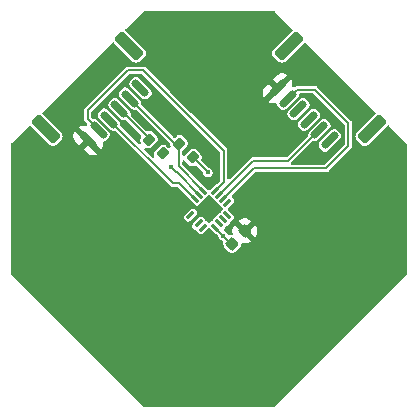
<source format=gbr>
%TF.GenerationSoftware,KiCad,Pcbnew,9.0.6-9.0.6~ubuntu24.04.1*%
%TF.CreationDate,2025-12-18T12:30:08+01:00*%
%TF.ProjectId,PCB_ENCODER,5043425f-454e-4434-9f44-45522e6b6963,rev?*%
%TF.SameCoordinates,Original*%
%TF.FileFunction,Copper,L1,Top*%
%TF.FilePolarity,Positive*%
%FSLAX46Y46*%
G04 Gerber Fmt 4.6, Leading zero omitted, Abs format (unit mm)*
G04 Created by KiCad (PCBNEW 9.0.6-9.0.6~ubuntu24.04.1) date 2025-12-18 12:30:08*
%MOMM*%
%LPD*%
G01*
G04 APERTURE LIST*
G04 Aperture macros list*
%AMRoundRect*
0 Rectangle with rounded corners*
0 $1 Rounding radius*
0 $2 $3 $4 $5 $6 $7 $8 $9 X,Y pos of 4 corners*
0 Add a 4 corners polygon primitive as box body*
4,1,4,$2,$3,$4,$5,$6,$7,$8,$9,$2,$3,0*
0 Add four circle primitives for the rounded corners*
1,1,$1+$1,$2,$3*
1,1,$1+$1,$4,$5*
1,1,$1+$1,$6,$7*
1,1,$1+$1,$8,$9*
0 Add four rect primitives between the rounded corners*
20,1,$1+$1,$2,$3,$4,$5,0*
20,1,$1+$1,$4,$5,$6,$7,0*
20,1,$1+$1,$6,$7,$8,$9,0*
20,1,$1+$1,$8,$9,$2,$3,0*%
%AMRotRect*
0 Rectangle, with rotation*
0 The origin of the aperture is its center*
0 $1 length*
0 $2 width*
0 $3 Rotation angle, in degrees counterclockwise*
0 Add horizontal line*
21,1,$1,$2,0,0,$3*%
G04 Aperture macros list end*
%TA.AperFunction,SMDPad,CuDef*%
%ADD10RoundRect,0.225000X0.017678X-0.335876X0.335876X-0.017678X-0.017678X0.335876X-0.335876X0.017678X0*%
%TD*%
%TA.AperFunction,ComponentPad*%
%ADD11C,0.800000*%
%TD*%
%TA.AperFunction,ComponentPad*%
%ADD12C,6.400000*%
%TD*%
%TA.AperFunction,SMDPad,CuDef*%
%ADD13RoundRect,0.200000X-0.335876X-0.053033X-0.053033X-0.335876X0.335876X0.053033X0.053033X0.335876X0*%
%TD*%
%TA.AperFunction,SMDPad,CuDef*%
%ADD14RoundRect,0.150000X-0.388909X0.601041X-0.601041X0.388909X0.388909X-0.601041X0.601041X-0.388909X0*%
%TD*%
%TA.AperFunction,SMDPad,CuDef*%
%ADD15RoundRect,0.250000X-0.601041X0.954594X-0.954594X0.601041X0.601041X-0.954594X0.954594X-0.601041X0*%
%TD*%
%TA.AperFunction,SMDPad,CuDef*%
%ADD16RoundRect,0.062500X0.203293X0.291682X-0.291682X-0.203293X-0.203293X-0.291682X0.291682X0.203293X0*%
%TD*%
%TA.AperFunction,SMDPad,CuDef*%
%ADD17RoundRect,0.062500X-0.203293X0.291682X-0.291682X0.203293X0.203293X-0.291682X0.291682X-0.203293X0*%
%TD*%
%TA.AperFunction,HeatsinkPad*%
%ADD18RotRect,1.700000X1.700000X225.000000*%
%TD*%
%TA.AperFunction,SMDPad,CuDef*%
%ADD19RoundRect,0.150000X0.601041X0.388909X0.388909X0.601041X-0.601041X-0.388909X-0.388909X-0.601041X0*%
%TD*%
%TA.AperFunction,SMDPad,CuDef*%
%ADD20RoundRect,0.250000X0.954594X0.601041X0.601041X0.954594X-0.954594X-0.601041X-0.601041X-0.954594X0*%
%TD*%
%TA.AperFunction,ViaPad*%
%ADD21C,0.400000*%
%TD*%
%TA.AperFunction,Conductor*%
%ADD22C,0.200000*%
%TD*%
G04 APERTURE END LIST*
D10*
%TO.P,C22,1*%
%TO.N,+3.3V*%
X102201992Y-52448008D03*
%TO.P,C22,2*%
%TO.N,GND*%
X103298008Y-51351992D03*
%TD*%
D11*
%TO.P,H2,1,1*%
%TO.N,GND*%
X97850000Y-62250000D03*
X98552944Y-60552944D03*
X98552944Y-63947056D03*
X100250000Y-59850000D03*
D12*
X100250000Y-62250000D03*
D11*
X100250000Y-64650000D03*
X101947056Y-60552944D03*
X101947056Y-63947056D03*
X102650000Y-62250000D03*
%TD*%
%TO.P,H3,1,1*%
%TO.N,GND*%
X85100000Y-49500000D03*
X85802944Y-47802944D03*
X85802944Y-51197056D03*
X87500000Y-47100000D03*
D12*
X87500000Y-49500000D03*
D11*
X87500000Y-51900000D03*
X89197056Y-47802944D03*
X89197056Y-51197056D03*
X89900000Y-49500000D03*
%TD*%
%TO.P,H4,1,1*%
%TO.N,GND*%
X97850000Y-36750000D03*
X98552944Y-35052944D03*
X98552944Y-38447056D03*
X100250000Y-34350000D03*
D12*
X100250000Y-36750000D03*
D11*
X100250000Y-39150000D03*
X101947056Y-35052944D03*
X101947056Y-38447056D03*
X102650000Y-36750000D03*
%TD*%
D13*
%TO.P,R1,1*%
%TO.N,/SPI_CS*%
X97716637Y-43966637D03*
%TO.P,R1,2*%
%TO.N,+3.3V*%
X98883363Y-45133363D03*
%TD*%
D14*
%TO.P,J2,1,Pin_1*%
%TO.N,+3.3V*%
X94442120Y-39272703D03*
%TO.P,J2,2,Pin_2*%
%TO.N,/SPI_CS*%
X93558237Y-40156586D03*
%TO.P,J2,3,Pin_3*%
%TO.N,/SPI_SCLK*%
X92674353Y-41040470D03*
%TO.P,J2,4,Pin_4*%
%TO.N,/SPI_MISO*%
X91790470Y-41924353D03*
%TO.P,J2,5,Pin_5*%
%TO.N,/SPI_MOSI*%
X90906586Y-42808237D03*
%TO.P,J2,6,Pin_6*%
%TO.N,GND*%
X90022703Y-43692120D03*
D15*
%TO.P,J2,MP*%
%TO.N,N/C*%
X93487526Y-35701814D03*
X86451814Y-42737526D03*
%TD*%
D11*
%TO.P,H1,1,1*%
%TO.N,GND*%
X110600000Y-49500000D03*
X111302944Y-47802944D03*
X111302944Y-51197056D03*
X113000000Y-47100000D03*
D12*
X113000000Y-49500000D03*
D11*
X113000000Y-51900000D03*
X114697056Y-47802944D03*
X114697056Y-51197056D03*
X115400000Y-49500000D03*
%TD*%
D13*
%TO.P,R37,1*%
%TO.N,/SPI_SCLK*%
X95166637Y-43616637D03*
%TO.P,R37,2*%
%TO.N,Net-(IC1-SCLK)*%
X96333363Y-44783363D03*
%TD*%
D16*
%TO.P,IC1,1,V*%
%TO.N,unconnected-(IC1-V-Pad1)*%
X101814474Y-48996186D03*
%TO.P,IC1,2,A*%
%TO.N,/A*%
X101460920Y-48642633D03*
%TO.P,IC1,3,Z*%
%TO.N,/Z*%
X101107367Y-48289080D03*
%TO.P,IC1,4,MOSI*%
%TO.N,/SPI_MOSI*%
X100753814Y-47935526D03*
D17*
%TO.P,IC1,5,CS*%
%TO.N,/SPI_CS*%
X99746186Y-47935526D03*
%TO.P,IC1,6,B*%
%TO.N,/B*%
X99392633Y-48289080D03*
%TO.P,IC1,7,MISO*%
%TO.N,/SPI_MISO*%
X99039080Y-48642633D03*
%TO.P,IC1,8,GND*%
%TO.N,GND*%
X98685526Y-48996186D03*
D16*
%TO.P,IC1,9,W*%
%TO.N,unconnected-(IC1-W-Pad9)*%
X98685526Y-50003814D03*
%TO.P,IC1,10,TEST*%
%TO.N,GND*%
X99039080Y-50357367D03*
%TO.P,IC1,11,MGL*%
%TO.N,unconnected-(IC1-MGL-Pad11)*%
X99392633Y-50710920D03*
%TO.P,IC1,12,SCLK*%
%TO.N,Net-(IC1-SCLK)*%
X99746186Y-51064474D03*
D17*
%TO.P,IC1,13,VDD*%
%TO.N,+3.3V*%
X100753814Y-51064474D03*
%TO.P,IC1,14,N/C*%
%TO.N,unconnected-(IC1-N{slash}C-Pad14)*%
X101107367Y-50710920D03*
%TO.P,IC1,15,U*%
%TO.N,unconnected-(IC1-U-Pad15)*%
X101460920Y-50357367D03*
%TO.P,IC1,16,MGH*%
%TO.N,unconnected-(IC1-MGH-Pad16)*%
X101814474Y-50003814D03*
D18*
%TO.P,IC1,17,EP*%
%TO.N,GND*%
X100250000Y-49500000D03*
%TD*%
D19*
%TO.P,J1,1,Pin_1*%
%TO.N,+3.3V*%
X110477297Y-43692120D03*
%TO.P,J1,2,Pin_2*%
%TO.N,/Z*%
X109593414Y-42808237D03*
%TO.P,J1,3,Pin_3*%
%TO.N,unconnected-(J1-Pin_3-Pad3)*%
X108709530Y-41924353D03*
%TO.P,J1,4,Pin_4*%
%TO.N,/B*%
X107825647Y-41040470D03*
%TO.P,J1,5,Pin_5*%
%TO.N,/A*%
X106941763Y-40156586D03*
%TO.P,J1,6,Pin_6*%
%TO.N,GND*%
X106057880Y-39272703D03*
D20*
%TO.P,J1,MP*%
%TO.N,N/C*%
X114048186Y-42737526D03*
X107012474Y-35701814D03*
%TD*%
D21*
%TO.N,GND*%
X100250000Y-49500000D03*
%TO.N,+3.3V*%
X101450000Y-51750000D03*
X110477297Y-43692120D03*
X100150000Y-46400000D03*
%TO.N,/B*%
X107825647Y-41040470D03*
X97050000Y-45950000D03*
%TD*%
D22*
%TO.N,GND*%
X99039080Y-50357367D02*
X99039080Y-50360920D01*
X98685526Y-48996186D02*
X99189340Y-49500000D01*
X99039080Y-50357367D02*
X99896447Y-49500000D01*
X99896447Y-49500000D02*
X100250000Y-49500000D01*
X99189340Y-49500000D02*
X100250000Y-49500000D01*
%TO.N,+3.3V*%
X100764474Y-51064474D02*
X101450000Y-51750000D01*
X100150000Y-46400000D02*
X98883363Y-45133363D01*
X102148008Y-52448008D02*
X102201992Y-52448008D01*
X100753814Y-51064474D02*
X100764474Y-51064474D01*
X101450000Y-51750000D02*
X102148008Y-52448008D01*
%TO.N,/B*%
X97503553Y-46400000D02*
X99392633Y-48289080D01*
X97050000Y-45950000D02*
X97500000Y-46400000D01*
X97500000Y-46400000D02*
X97503553Y-46400000D01*
%TO.N,/A*%
X109250000Y-39400000D02*
X107700000Y-39400000D01*
X107700000Y-39400000D02*
X106943414Y-40156586D01*
X101460920Y-48642633D02*
X104053553Y-46050000D01*
X112050000Y-44200000D02*
X112050000Y-42200000D01*
X110200000Y-46050000D02*
X112050000Y-44200000D01*
X112050000Y-42200000D02*
X109250000Y-39400000D01*
X104053553Y-46050000D02*
X110200000Y-46050000D01*
X106943414Y-40156586D02*
X106941763Y-40156586D01*
%TO.N,/Z*%
X109541763Y-42808237D02*
X109593414Y-42808237D01*
X106950000Y-45400000D02*
X109541763Y-42808237D01*
X103996447Y-45400000D02*
X106950000Y-45400000D01*
X101107367Y-48289080D02*
X103996447Y-45400000D01*
%TO.N,/SPI_CS*%
X97700000Y-45889340D02*
X97700000Y-44298349D01*
X99746186Y-47935526D02*
X97700000Y-45889340D01*
X97700000Y-44298349D02*
X93558237Y-40156586D01*
%TO.N,/SPI_MISO*%
X99039080Y-48642633D02*
X97696447Y-47300000D01*
X97166117Y-47300000D02*
X91790470Y-41924353D01*
X97696447Y-47300000D02*
X97166117Y-47300000D01*
%TO.N,/SPI_SCLK*%
X92674353Y-41040470D02*
X92690470Y-41040470D01*
X95166637Y-43516637D02*
X95166637Y-43616637D01*
X92690470Y-41040470D02*
X95166637Y-43516637D01*
%TO.N,/SPI_MOSI*%
X101500000Y-47189340D02*
X101500000Y-44550000D01*
X100753814Y-47935526D02*
X101500000Y-47189340D01*
X93400000Y-37750000D02*
X90000000Y-41150000D01*
X90000000Y-41150000D02*
X90000000Y-41901651D01*
X94700000Y-37750000D02*
X93400000Y-37750000D01*
X101500000Y-44550000D02*
X94700000Y-37750000D01*
X90000000Y-41901651D02*
X90906586Y-42808237D01*
%TD*%
%TA.AperFunction,Conductor*%
%TO.N,GND*%
G36*
X105808363Y-32770185D02*
G01*
X105829005Y-32786819D01*
X107295227Y-34253041D01*
X107328712Y-34314364D01*
X107323728Y-34384056D01*
X107295227Y-34428403D01*
X105700960Y-36022670D01*
X105681454Y-36046212D01*
X105622532Y-36168567D01*
X105602291Y-36302854D01*
X105622532Y-36437141D01*
X105622532Y-36437144D01*
X105681452Y-36559493D01*
X105681455Y-36559498D01*
X105694024Y-36574668D01*
X105700956Y-36583035D01*
X105700965Y-36583044D01*
X105700973Y-36583053D01*
X106131234Y-37013314D01*
X106131243Y-37013322D01*
X106131253Y-37013332D01*
X106142758Y-37022864D01*
X106154789Y-37032832D01*
X106154794Y-37032835D01*
X106269529Y-37088088D01*
X106277146Y-37091756D01*
X106411433Y-37111997D01*
X106545721Y-37091756D01*
X106668076Y-37032833D01*
X106691613Y-37013332D01*
X108285886Y-35419058D01*
X108347207Y-35385575D01*
X108416899Y-35390559D01*
X108461246Y-35419060D01*
X114330939Y-41288753D01*
X114364424Y-41350076D01*
X114359440Y-41419768D01*
X114330939Y-41464115D01*
X112736672Y-43058382D01*
X112717166Y-43081924D01*
X112658244Y-43204279D01*
X112638941Y-43332347D01*
X112638003Y-43338567D01*
X112658167Y-43472339D01*
X112658244Y-43472853D01*
X112658244Y-43472856D01*
X112717164Y-43595205D01*
X112717167Y-43595210D01*
X112729736Y-43610380D01*
X112736668Y-43618747D01*
X112736677Y-43618756D01*
X112736685Y-43618765D01*
X113166946Y-44049026D01*
X113166955Y-44049034D01*
X113166965Y-44049044D01*
X113178470Y-44058576D01*
X113190501Y-44068544D01*
X113190506Y-44068547D01*
X113305241Y-44123800D01*
X113312858Y-44127468D01*
X113447145Y-44147709D01*
X113581433Y-44127468D01*
X113703788Y-44068545D01*
X113727325Y-44049044D01*
X115321598Y-42454770D01*
X115382919Y-42421287D01*
X115452611Y-42426271D01*
X115496958Y-42454772D01*
X116963181Y-43920995D01*
X116996666Y-43982318D01*
X116999500Y-44008676D01*
X116999500Y-54991324D01*
X116979815Y-55058363D01*
X116963181Y-55079005D01*
X105829005Y-66213181D01*
X105767682Y-66246666D01*
X105741324Y-66249500D01*
X94758676Y-66249500D01*
X94691637Y-66229815D01*
X94670995Y-66213181D01*
X83536819Y-55079005D01*
X83503334Y-55017682D01*
X83500500Y-54991324D01*
X83500500Y-50207104D01*
X98125693Y-50207104D01*
X98125693Y-50207109D01*
X98146104Y-50309724D01*
X98146104Y-50309725D01*
X98189559Y-50374760D01*
X98314579Y-50499779D01*
X98379615Y-50543235D01*
X98379616Y-50543236D01*
X98482231Y-50563647D01*
X98482233Y-50563647D01*
X98482235Y-50563647D01*
X98584845Y-50543236D01*
X98584845Y-50543235D01*
X98584850Y-50543235D01*
X98649887Y-50499779D01*
X99181490Y-49968175D01*
X99224947Y-49903138D01*
X99224948Y-49903136D01*
X99245359Y-49800523D01*
X99245359Y-49800518D01*
X99224947Y-49697903D01*
X99224947Y-49697902D01*
X99181492Y-49632867D01*
X99056472Y-49507848D01*
X98991436Y-49464392D01*
X98991435Y-49464391D01*
X98888821Y-49443981D01*
X98888817Y-49443981D01*
X98786206Y-49464391D01*
X98786203Y-49464392D01*
X98721162Y-49507850D01*
X98721161Y-49507851D01*
X98189568Y-50039445D01*
X98189562Y-50039453D01*
X98146104Y-50104489D01*
X98146103Y-50104491D01*
X98125693Y-50207104D01*
X83500500Y-50207104D01*
X83500500Y-44434581D01*
X89633794Y-44434581D01*
X89633794Y-44434583D01*
X89998392Y-44799181D01*
X89998409Y-44799197D01*
X90026517Y-44823203D01*
X90170425Y-44902317D01*
X90170435Y-44902320D01*
X90329494Y-44943160D01*
X90329502Y-44943161D01*
X90493722Y-44943161D01*
X90493729Y-44943160D01*
X90652788Y-44902320D01*
X90652798Y-44902317D01*
X90796703Y-44823205D01*
X90796704Y-44823204D01*
X90798607Y-44821579D01*
X90798607Y-44821577D01*
X90022702Y-44045673D01*
X90022701Y-44045673D01*
X89633794Y-44434581D01*
X83500500Y-44434581D01*
X83500500Y-44008675D01*
X83520185Y-43941636D01*
X83536814Y-43920999D01*
X85003041Y-42454771D01*
X85064364Y-42421287D01*
X85134056Y-42426271D01*
X85178403Y-42454772D01*
X86772675Y-44049044D01*
X86796212Y-44068545D01*
X86918567Y-44127468D01*
X87052855Y-44147709D01*
X87187142Y-44127468D01*
X87248968Y-44097694D01*
X87309493Y-44068547D01*
X87309493Y-44068546D01*
X87309497Y-44068545D01*
X87333035Y-44049044D01*
X87763332Y-43618747D01*
X87782833Y-43595209D01*
X87841756Y-43472854D01*
X87861997Y-43338567D01*
X87861997Y-43338566D01*
X87845901Y-43231777D01*
X87844291Y-43221093D01*
X88771662Y-43221093D01*
X88771662Y-43385328D01*
X88812502Y-43544387D01*
X88812505Y-43544397D01*
X88891619Y-43688305D01*
X88915625Y-43716413D01*
X88915641Y-43716430D01*
X89280239Y-44081028D01*
X89280240Y-44081028D01*
X89669149Y-43692120D01*
X89669149Y-43692119D01*
X88893243Y-42916213D01*
X88891622Y-42918113D01*
X88891618Y-42918119D01*
X88812505Y-43062024D01*
X88812502Y-43062034D01*
X88771662Y-43221093D01*
X87844291Y-43221093D01*
X87841756Y-43204279D01*
X87782833Y-43081924D01*
X87780313Y-43078883D01*
X87763332Y-43058387D01*
X87267605Y-42562660D01*
X89246796Y-42562660D01*
X90199480Y-43515343D01*
X91152160Y-44468024D01*
X91152162Y-44468024D01*
X91153787Y-44466121D01*
X91153788Y-44466120D01*
X91232900Y-44322215D01*
X91232903Y-44322205D01*
X91273743Y-44163146D01*
X91273744Y-44163139D01*
X91273744Y-43998919D01*
X91273743Y-43998913D01*
X91251772Y-43913343D01*
X91254166Y-43843515D01*
X91293932Y-43786065D01*
X91344360Y-43763394D01*
X91344264Y-43763114D01*
X91347306Y-43762069D01*
X91351476Y-43760195D01*
X91353980Y-43759777D01*
X91353983Y-43759777D01*
X91464621Y-43721795D01*
X91519817Y-43680637D01*
X91519819Y-43680634D01*
X91519823Y-43680632D01*
X91778981Y-43421474D01*
X91778983Y-43421470D01*
X91778986Y-43421468D01*
X91820144Y-43366272D01*
X91853377Y-43269468D01*
X91858126Y-43255635D01*
X91858126Y-43138655D01*
X91831821Y-43062034D01*
X91820144Y-43028020D01*
X91795449Y-42994901D01*
X91778988Y-42972825D01*
X90741997Y-41935834D01*
X90708881Y-41911142D01*
X90686803Y-41894679D01*
X90629174Y-41874894D01*
X90576167Y-41856697D01*
X90576166Y-41856697D01*
X90459189Y-41856697D01*
X90459187Y-41856697D01*
X90454290Y-41857514D01*
X90448343Y-41856795D01*
X90442732Y-41858888D01*
X90414061Y-41852651D01*
X90384925Y-41849129D01*
X90378806Y-41844981D01*
X90374459Y-41844036D01*
X90346205Y-41822885D01*
X90336819Y-41813499D01*
X90303334Y-41752176D01*
X90300500Y-41725818D01*
X90300500Y-41325833D01*
X90320185Y-41258794D01*
X90336819Y-41238152D01*
X92749667Y-38825304D01*
X93490580Y-38825304D01*
X93490580Y-38825306D01*
X93490580Y-38942283D01*
X93528562Y-39052920D01*
X93545025Y-39074998D01*
X93569717Y-39108114D01*
X94606708Y-40145105D01*
X94628784Y-40161566D01*
X94661903Y-40186261D01*
X94744880Y-40214747D01*
X94772539Y-40224243D01*
X94772540Y-40224243D01*
X94889517Y-40224243D01*
X95000155Y-40186261D01*
X95055351Y-40145103D01*
X95055353Y-40145100D01*
X95055357Y-40145098D01*
X95314515Y-39885940D01*
X95314517Y-39885936D01*
X95314520Y-39885934D01*
X95355678Y-39830738D01*
X95393660Y-39720100D01*
X95393660Y-39603123D01*
X95393660Y-39603121D01*
X95373141Y-39543355D01*
X95355678Y-39492486D01*
X95330983Y-39459367D01*
X95314522Y-39437291D01*
X94277531Y-38400300D01*
X94244415Y-38375608D01*
X94222337Y-38359145D01*
X94164708Y-38339360D01*
X94111701Y-38321163D01*
X94111700Y-38321163D01*
X93994723Y-38321163D01*
X93994722Y-38321163D01*
X93884085Y-38359145D01*
X93884082Y-38359146D01*
X93828889Y-38400302D01*
X93569719Y-38659472D01*
X93528563Y-38714665D01*
X93528562Y-38714668D01*
X93490580Y-38825304D01*
X92749667Y-38825304D01*
X93488152Y-38086819D01*
X93549475Y-38053334D01*
X93575833Y-38050500D01*
X94524167Y-38050500D01*
X94591206Y-38070185D01*
X94611848Y-38086819D01*
X101163181Y-44638152D01*
X101196666Y-44699475D01*
X101199500Y-44725833D01*
X101199500Y-47013506D01*
X101179815Y-47080545D01*
X101163181Y-47101187D01*
X100895443Y-47368924D01*
X100855221Y-47395802D01*
X100854486Y-47396106D01*
X100789457Y-47439557D01*
X100789449Y-47439563D01*
X100337681Y-47891332D01*
X100276358Y-47924817D01*
X100206666Y-47919833D01*
X100162319Y-47891332D01*
X99710554Y-47439568D01*
X99710547Y-47439562D01*
X99645510Y-47396105D01*
X99644774Y-47395800D01*
X99604554Y-47368923D01*
X98036819Y-45801188D01*
X98003334Y-45739865D01*
X98000500Y-45713507D01*
X98000500Y-45496536D01*
X98020185Y-45429497D01*
X98072989Y-45383742D01*
X98142147Y-45373798D01*
X98205703Y-45402823D01*
X98224815Y-45423646D01*
X98229066Y-45429497D01*
X98242005Y-45447306D01*
X98242006Y-45447307D01*
X98569421Y-45774721D01*
X98569423Y-45774723D01*
X98643381Y-45828458D01*
X98646240Y-45830535D01*
X98739074Y-45860698D01*
X98766893Y-45869737D01*
X98766894Y-45869737D01*
X98766897Y-45869738D01*
X98766900Y-45869738D01*
X98893760Y-45869738D01*
X98893763Y-45869738D01*
X99014420Y-45830535D01*
X99014426Y-45830529D01*
X99023120Y-45826102D01*
X99024320Y-45828458D01*
X99076276Y-45809911D01*
X99144332Y-45825726D01*
X99171056Y-45846027D01*
X99715663Y-46390634D01*
X99747757Y-46446221D01*
X99776793Y-46554588D01*
X99776794Y-46554589D01*
X99829520Y-46645913D01*
X99904087Y-46720480D01*
X99995413Y-46773207D01*
X100097273Y-46800500D01*
X100097275Y-46800500D01*
X100202725Y-46800500D01*
X100202727Y-46800500D01*
X100304587Y-46773207D01*
X100395913Y-46720480D01*
X100470480Y-46645913D01*
X100523207Y-46554587D01*
X100550500Y-46452727D01*
X100550500Y-46347273D01*
X100523207Y-46245413D01*
X100470480Y-46154087D01*
X100395913Y-46079520D01*
X100304589Y-46026794D01*
X100304588Y-46026793D01*
X100214770Y-46002727D01*
X100202727Y-45999500D01*
X100202726Y-45999500D01*
X100196221Y-45997757D01*
X100140634Y-45965663D01*
X99596027Y-45421056D01*
X99562542Y-45359733D01*
X99567526Y-45290041D01*
X99576502Y-45273323D01*
X99576102Y-45273120D01*
X99580529Y-45264426D01*
X99580535Y-45264420D01*
X99619738Y-45143763D01*
X99619738Y-45016897D01*
X99580535Y-44896240D01*
X99524722Y-44819421D01*
X99197305Y-44492005D01*
X99197304Y-44492004D01*
X99197302Y-44492002D01*
X99120488Y-44436192D01*
X99120486Y-44436191D01*
X99086397Y-44425115D01*
X98999832Y-44396988D01*
X98999829Y-44396988D01*
X98872963Y-44396988D01*
X98872959Y-44396988D01*
X98752306Y-44436191D01*
X98752300Y-44436194D01*
X98675493Y-44491999D01*
X98675484Y-44492006D01*
X98242004Y-44925487D01*
X98242002Y-44925489D01*
X98224817Y-44949143D01*
X98169486Y-44991808D01*
X98099873Y-44997786D01*
X98038078Y-44965179D01*
X98003722Y-44904340D01*
X98000500Y-44876256D01*
X98000500Y-44583370D01*
X98020185Y-44516331D01*
X98036819Y-44495689D01*
X98357995Y-44174513D01*
X98377470Y-44147709D01*
X98413809Y-44097694D01*
X98453012Y-43977037D01*
X98453012Y-43850171D01*
X98450849Y-43843515D01*
X98430562Y-43781076D01*
X98413809Y-43729514D01*
X98408199Y-43721793D01*
X98385902Y-43691104D01*
X98357996Y-43652695D01*
X98030579Y-43325279D01*
X98030578Y-43325278D01*
X98030576Y-43325276D01*
X97953762Y-43269466D01*
X97953760Y-43269465D01*
X97911192Y-43255634D01*
X97833106Y-43230262D01*
X97833103Y-43230262D01*
X97706237Y-43230262D01*
X97706233Y-43230262D01*
X97585580Y-43269465D01*
X97585574Y-43269468D01*
X97508767Y-43325273D01*
X97508764Y-43325275D01*
X97508761Y-43325278D01*
X97418009Y-43416028D01*
X97356687Y-43449512D01*
X97286996Y-43444528D01*
X97242649Y-43416027D01*
X94543588Y-40716966D01*
X94510103Y-40655643D01*
X94508961Y-40608872D01*
X94509777Y-40603982D01*
X94509777Y-40487004D01*
X94489257Y-40427233D01*
X94471795Y-40376369D01*
X94447100Y-40343250D01*
X94430639Y-40321174D01*
X93393648Y-39284183D01*
X93360532Y-39259491D01*
X93338454Y-39243028D01*
X93280825Y-39223243D01*
X93227818Y-39205046D01*
X93227817Y-39205046D01*
X93110840Y-39205046D01*
X93110839Y-39205046D01*
X93000202Y-39243028D01*
X93000199Y-39243029D01*
X92945006Y-39284185D01*
X92685836Y-39543355D01*
X92644680Y-39598548D01*
X92644679Y-39598551D01*
X92606697Y-39709187D01*
X92606697Y-39826167D01*
X92608267Y-39830740D01*
X92644679Y-39936803D01*
X92661142Y-39958881D01*
X92685834Y-39991997D01*
X93722825Y-41028988D01*
X93729559Y-41034009D01*
X93778020Y-41070144D01*
X93860997Y-41098630D01*
X93888656Y-41108126D01*
X93888657Y-41108126D01*
X94005634Y-41108126D01*
X94010523Y-41107310D01*
X94079888Y-41115690D01*
X94118617Y-41141937D01*
X96943943Y-43967263D01*
X96977233Y-44027704D01*
X96980262Y-44041155D01*
X96980262Y-44083103D01*
X97011033Y-44177811D01*
X97012298Y-44183425D01*
X97010413Y-44212782D01*
X97011253Y-44242189D01*
X97008199Y-44247252D01*
X97007821Y-44253151D01*
X96990365Y-44276827D01*
X96975172Y-44302022D01*
X96969866Y-44304630D01*
X96966359Y-44309388D01*
X96938873Y-44319868D01*
X96912471Y-44332849D01*
X96906597Y-44332175D01*
X96901074Y-44334281D01*
X96872287Y-44328238D01*
X96843056Y-44324884D01*
X96837053Y-44320841D01*
X96832695Y-44319927D01*
X96826224Y-44313549D01*
X96803646Y-44298346D01*
X96647302Y-44142002D01*
X96570488Y-44086192D01*
X96570486Y-44086191D01*
X96537671Y-44075529D01*
X96449832Y-44046988D01*
X96449829Y-44046988D01*
X96322963Y-44046988D01*
X96322959Y-44046988D01*
X96202306Y-44086191D01*
X96202300Y-44086194D01*
X96125493Y-44141999D01*
X96125484Y-44142006D01*
X95692004Y-44575487D01*
X95692002Y-44575489D01*
X95636192Y-44652303D01*
X95636191Y-44652306D01*
X95596988Y-44772959D01*
X95596988Y-44899832D01*
X95632825Y-45010126D01*
X95634820Y-45079968D01*
X95598739Y-45139800D01*
X95536038Y-45170628D01*
X95466624Y-45162663D01*
X95427213Y-45136125D01*
X94813874Y-44522786D01*
X94780389Y-44461463D01*
X94785373Y-44391771D01*
X94827245Y-44335838D01*
X94892709Y-44311421D01*
X94939869Y-44317173D01*
X95003694Y-44337911D01*
X95050167Y-44353011D01*
X95050168Y-44353011D01*
X95050171Y-44353012D01*
X95050174Y-44353012D01*
X95177034Y-44353012D01*
X95177037Y-44353012D01*
X95297694Y-44313809D01*
X95374513Y-44257996D01*
X95807995Y-43824513D01*
X95863809Y-43747694D01*
X95903012Y-43627037D01*
X95903012Y-43500171D01*
X95863809Y-43379514D01*
X95854189Y-43366274D01*
X95824402Y-43325276D01*
X95807996Y-43302695D01*
X95480579Y-42975279D01*
X95480578Y-42975278D01*
X95480576Y-42975276D01*
X95403762Y-42919466D01*
X95403760Y-42919465D01*
X95362546Y-42906074D01*
X95283106Y-42880262D01*
X95283103Y-42880262D01*
X95156237Y-42880262D01*
X95156234Y-42880262D01*
X95076791Y-42906074D01*
X95006950Y-42908068D01*
X94950794Y-42875823D01*
X93662009Y-41587038D01*
X93628524Y-41525715D01*
X93627853Y-41498142D01*
X93625893Y-41498142D01*
X93625893Y-41370888D01*
X93597695Y-41288753D01*
X93587911Y-41260253D01*
X93563216Y-41227134D01*
X93546755Y-41205058D01*
X92509764Y-40168067D01*
X92476648Y-40143375D01*
X92454570Y-40126912D01*
X92396941Y-40107127D01*
X92343934Y-40088930D01*
X92343933Y-40088930D01*
X92226956Y-40088930D01*
X92226955Y-40088930D01*
X92116318Y-40126912D01*
X92116315Y-40126913D01*
X92061122Y-40168069D01*
X91801952Y-40427239D01*
X91760796Y-40482432D01*
X91760795Y-40482435D01*
X91722813Y-40593071D01*
X91722813Y-40593073D01*
X91722813Y-40710050D01*
X91760795Y-40820687D01*
X91777258Y-40842765D01*
X91801950Y-40875881D01*
X92838941Y-41912872D01*
X92861017Y-41929333D01*
X92894136Y-41954028D01*
X92977113Y-41982514D01*
X93004772Y-41992010D01*
X93004773Y-41992010D01*
X93121750Y-41992010D01*
X93131882Y-41990319D01*
X93132198Y-41992217D01*
X93189262Y-41989637D01*
X93247419Y-42022390D01*
X94496053Y-43271024D01*
X94529538Y-43332347D01*
X94524554Y-43402039D01*
X94508690Y-43431590D01*
X94469468Y-43485574D01*
X94469465Y-43485580D01*
X94430262Y-43606233D01*
X94430262Y-43733106D01*
X94466099Y-43843400D01*
X94468094Y-43913242D01*
X94432013Y-43973074D01*
X94369312Y-44003902D01*
X94299898Y-43995937D01*
X94260487Y-43969399D01*
X92775821Y-42484733D01*
X92742336Y-42423410D01*
X92741194Y-42376639D01*
X92742010Y-42371749D01*
X92742010Y-42254771D01*
X92721490Y-42195000D01*
X92704028Y-42144136D01*
X92679333Y-42111017D01*
X92662872Y-42088941D01*
X91625881Y-41051950D01*
X91592765Y-41027258D01*
X91570687Y-41010795D01*
X91513058Y-40991010D01*
X91460051Y-40972813D01*
X91460050Y-40972813D01*
X91343073Y-40972813D01*
X91343072Y-40972813D01*
X91232435Y-41010795D01*
X91232432Y-41010796D01*
X91177239Y-41051952D01*
X90918069Y-41311122D01*
X90876913Y-41366315D01*
X90876912Y-41366318D01*
X90838930Y-41476954D01*
X90838930Y-41593934D01*
X90840500Y-41598507D01*
X90876912Y-41704570D01*
X90892756Y-41725818D01*
X90918067Y-41759764D01*
X91955058Y-42796755D01*
X91977134Y-42813216D01*
X92010253Y-42837911D01*
X92093230Y-42866397D01*
X92120889Y-42875893D01*
X92120890Y-42875893D01*
X92237867Y-42875893D01*
X92242756Y-42875077D01*
X92312121Y-42883457D01*
X92350850Y-42909704D01*
X96925657Y-47484511D01*
X96981606Y-47540460D01*
X96981608Y-47540461D01*
X96981612Y-47540464D01*
X97050121Y-47580017D01*
X97050128Y-47580021D01*
X97126555Y-47600500D01*
X97520614Y-47600500D01*
X97587653Y-47620185D01*
X97608295Y-47636819D01*
X98472477Y-48501001D01*
X98499355Y-48541225D01*
X98499658Y-48541958D01*
X98543111Y-48606989D01*
X98543117Y-48606997D01*
X99074711Y-49138590D01*
X99074714Y-49138592D01*
X99074719Y-49138597D01*
X99113704Y-49164647D01*
X99139755Y-49182054D01*
X99139757Y-49182055D01*
X99242371Y-49202466D01*
X99242373Y-49202466D01*
X99242375Y-49202466D01*
X99326133Y-49185805D01*
X99344991Y-49182054D01*
X99410028Y-49138598D01*
X99535044Y-49013581D01*
X99578501Y-48948544D01*
X99582252Y-48929681D01*
X99614635Y-48867771D01*
X99675349Y-48833194D01*
X99679650Y-48832258D01*
X99698544Y-48828501D01*
X99763581Y-48785045D01*
X99888597Y-48660028D01*
X99932054Y-48594991D01*
X99935806Y-48576124D01*
X99968191Y-48514214D01*
X99989409Y-48496634D01*
X100009575Y-48483404D01*
X100052097Y-48474947D01*
X100117134Y-48431491D01*
X100171329Y-48377294D01*
X100181985Y-48370305D01*
X100203712Y-48363703D01*
X100223641Y-48352821D01*
X100236499Y-48353740D01*
X100248837Y-48349992D01*
X100270685Y-48356185D01*
X100293332Y-48357805D01*
X100306695Y-48366392D01*
X100316058Y-48369047D01*
X100322924Y-48376822D01*
X100337681Y-48386306D01*
X100382862Y-48431487D01*
X100382866Y-48431490D01*
X100447902Y-48474946D01*
X100447901Y-48474946D01*
X100447903Y-48474947D01*
X100466765Y-48478699D01*
X100528675Y-48511082D01*
X100563251Y-48571797D01*
X100564192Y-48576123D01*
X100567944Y-48594987D01*
X100567945Y-48594989D01*
X100611402Y-48660028D01*
X100736420Y-48785045D01*
X100801455Y-48828500D01*
X100801454Y-48828500D01*
X100801456Y-48828501D01*
X100820318Y-48832253D01*
X100882228Y-48864636D01*
X100916804Y-48925351D01*
X100917745Y-48929676D01*
X100921497Y-48948540D01*
X100921498Y-48948542D01*
X100921498Y-48948543D01*
X100921499Y-48948544D01*
X100964955Y-49013581D01*
X101089972Y-49138597D01*
X101155009Y-49182054D01*
X101173871Y-49185805D01*
X101235782Y-49218188D01*
X101253364Y-49239408D01*
X101266595Y-49259577D01*
X101275053Y-49302097D01*
X101318509Y-49367134D01*
X101372702Y-49421326D01*
X101379694Y-49431985D01*
X101386296Y-49453713D01*
X101397178Y-49473642D01*
X101396258Y-49486500D01*
X101400007Y-49498837D01*
X101393813Y-49520685D01*
X101392194Y-49543334D01*
X101383605Y-49556698D01*
X101380952Y-49566058D01*
X101373178Y-49572922D01*
X101363694Y-49587680D01*
X101318513Y-49632861D01*
X101318509Y-49632866D01*
X101275052Y-49697902D01*
X101271299Y-49716771D01*
X101238911Y-49778680D01*
X101178194Y-49813252D01*
X101173877Y-49814192D01*
X101155011Y-49817945D01*
X101155010Y-49817945D01*
X101089971Y-49861402D01*
X100964954Y-49986420D01*
X100921498Y-50051455D01*
X100917745Y-50070324D01*
X100885357Y-50132233D01*
X100824640Y-50166805D01*
X100820324Y-50167745D01*
X100801458Y-50171498D01*
X100801457Y-50171498D01*
X100736418Y-50214955D01*
X100611401Y-50339973D01*
X100567945Y-50405009D01*
X100564192Y-50423877D01*
X100531805Y-50485787D01*
X100510590Y-50503364D01*
X100490419Y-50516595D01*
X100447903Y-50525053D01*
X100382866Y-50568509D01*
X100328675Y-50622700D01*
X100318014Y-50629694D01*
X100296284Y-50636296D01*
X100276356Y-50647178D01*
X100263499Y-50646258D01*
X100251163Y-50650007D01*
X100229311Y-50643812D01*
X100206664Y-50642193D01*
X100193301Y-50633605D01*
X100183941Y-50630952D01*
X100177075Y-50623177D01*
X100162318Y-50613693D01*
X100117137Y-50568512D01*
X100117133Y-50568509D01*
X100052096Y-50525052D01*
X100033229Y-50521299D01*
X99971319Y-50488912D01*
X99936746Y-50428196D01*
X99935807Y-50423877D01*
X99932054Y-50405009D01*
X99911842Y-50374760D01*
X99888599Y-50339973D01*
X99763579Y-50214954D01*
X99698543Y-50171498D01*
X99698542Y-50171497D01*
X99595928Y-50151087D01*
X99595924Y-50151087D01*
X99493313Y-50171497D01*
X99493310Y-50171498D01*
X99428269Y-50214956D01*
X99428268Y-50214957D01*
X98896675Y-50746551D01*
X98896669Y-50746559D01*
X98853211Y-50811595D01*
X98853210Y-50811597D01*
X98832800Y-50914210D01*
X98832800Y-50914215D01*
X98853211Y-51016830D01*
X98853211Y-51016831D01*
X98896666Y-51081866D01*
X99021686Y-51206885D01*
X99086721Y-51250340D01*
X99086720Y-51250340D01*
X99086722Y-51250341D01*
X99105584Y-51254093D01*
X99167494Y-51286476D01*
X99202070Y-51347191D01*
X99203011Y-51351517D01*
X99206763Y-51370381D01*
X99206764Y-51370383D01*
X99206764Y-51370384D01*
X99206765Y-51370385D01*
X99239284Y-51419053D01*
X99250221Y-51435422D01*
X99375239Y-51560439D01*
X99440275Y-51603895D01*
X99440276Y-51603896D01*
X99542891Y-51624307D01*
X99542893Y-51624307D01*
X99542895Y-51624307D01*
X99645505Y-51603896D01*
X99645505Y-51603895D01*
X99645510Y-51603895D01*
X99710547Y-51560439D01*
X99937559Y-51333427D01*
X100162319Y-51108667D01*
X100223642Y-51075182D01*
X100293333Y-51080166D01*
X100337681Y-51108667D01*
X100789446Y-51560432D01*
X100789449Y-51560434D01*
X100789453Y-51560438D01*
X100828438Y-51586488D01*
X100854489Y-51603895D01*
X100865775Y-51608570D01*
X100864651Y-51611283D01*
X100864851Y-51611388D01*
X100883335Y-51615409D01*
X100908357Y-51634141D01*
X100910002Y-51635001D01*
X100911589Y-51636560D01*
X101015663Y-51740634D01*
X101047757Y-51796221D01*
X101076793Y-51904588D01*
X101076794Y-51904589D01*
X101129520Y-51995913D01*
X101204087Y-52070480D01*
X101295413Y-52123207D01*
X101374426Y-52144378D01*
X101434084Y-52180742D01*
X101464614Y-52243588D01*
X101460262Y-52302469D01*
X101440617Y-52362931D01*
X101440616Y-52362936D01*
X101440616Y-52362937D01*
X101440616Y-52497723D01*
X101482267Y-52625911D01*
X101541563Y-52707525D01*
X101942475Y-53108437D01*
X102024089Y-53167733D01*
X102152277Y-53209384D01*
X102152278Y-53209384D01*
X102287062Y-53209384D01*
X102287063Y-53209384D01*
X102415250Y-53167733D01*
X102496864Y-53108437D01*
X102862421Y-52742880D01*
X102921717Y-52661266D01*
X102963368Y-52533079D01*
X102963368Y-52506274D01*
X102983053Y-52439235D01*
X103035857Y-52393480D01*
X103105015Y-52383536D01*
X103115965Y-52385617D01*
X103230944Y-52412868D01*
X103400424Y-52412868D01*
X103565342Y-52373781D01*
X103716786Y-52297723D01*
X103716793Y-52297718D01*
X103794168Y-52234689D01*
X103794178Y-52234679D01*
X103810658Y-52218197D01*
X103810658Y-52218196D01*
X102944452Y-51351990D01*
X103651561Y-51351990D01*
X103651561Y-51351991D01*
X104164212Y-51864642D01*
X104180702Y-51848153D01*
X104180707Y-51848148D01*
X104243734Y-51770778D01*
X104243739Y-51770770D01*
X104319797Y-51619326D01*
X104358884Y-51454408D01*
X104358884Y-51284930D01*
X104319797Y-51120012D01*
X104243739Y-50968568D01*
X104243734Y-50968561D01*
X104180707Y-50891189D01*
X104180702Y-50891184D01*
X104146536Y-50857017D01*
X103651561Y-51351990D01*
X102944452Y-51351990D01*
X102431802Y-50839340D01*
X102415316Y-50855827D01*
X102415306Y-50855838D01*
X102352281Y-50933205D01*
X102352276Y-50933213D01*
X102276218Y-51084657D01*
X102237132Y-51249575D01*
X102237132Y-51419053D01*
X102264383Y-51534036D01*
X102260689Y-51603808D01*
X102219860Y-51660507D01*
X102173220Y-51683073D01*
X102158687Y-51686632D01*
X102116921Y-51686632D01*
X101989129Y-51728154D01*
X101984664Y-51729248D01*
X101954166Y-51727861D01*
X101923646Y-51728733D01*
X101919592Y-51726288D01*
X101914866Y-51726074D01*
X101889961Y-51708421D01*
X101863813Y-51692653D01*
X101861325Y-51688122D01*
X101857864Y-51685669D01*
X101852041Y-51671216D01*
X101835395Y-51640901D01*
X101823207Y-51595413D01*
X101770480Y-51504087D01*
X101695913Y-51429520D01*
X101604587Y-51376793D01*
X101578451Y-51369790D01*
X101518793Y-51333427D01*
X101488263Y-51270580D01*
X101496557Y-51201204D01*
X101522865Y-51162335D01*
X101603328Y-51081871D01*
X101603327Y-51081871D01*
X101603331Y-51081868D01*
X101646788Y-51016831D01*
X101650539Y-50997968D01*
X101682922Y-50936058D01*
X101743636Y-50901481D01*
X101747937Y-50900545D01*
X101766831Y-50896788D01*
X101831868Y-50853332D01*
X101956884Y-50728315D01*
X102000341Y-50663278D01*
X102004092Y-50644415D01*
X102036475Y-50582505D01*
X102097190Y-50547929D01*
X102101501Y-50546991D01*
X102120385Y-50543235D01*
X102120386Y-50543234D01*
X102120387Y-50543234D01*
X102153215Y-50521299D01*
X102185422Y-50499779D01*
X102199415Y-50485786D01*
X102785356Y-50485786D01*
X103298008Y-50998438D01*
X103792982Y-50503464D01*
X103758821Y-50469303D01*
X103758805Y-50469289D01*
X103681438Y-50406265D01*
X103681431Y-50406260D01*
X103529987Y-50330202D01*
X103365069Y-50291116D01*
X103195592Y-50291116D01*
X103030673Y-50330202D01*
X102879229Y-50406260D01*
X102879222Y-50406265D01*
X102801850Y-50469292D01*
X102801835Y-50469306D01*
X102785356Y-50485786D01*
X102199415Y-50485786D01*
X102310438Y-50374762D01*
X102353895Y-50309725D01*
X102353895Y-50309723D01*
X102353896Y-50309723D01*
X102374307Y-50207109D01*
X102374307Y-50207104D01*
X102353896Y-50104494D01*
X102353895Y-50104491D01*
X102353895Y-50104490D01*
X102310439Y-50039453D01*
X102310437Y-50039450D01*
X102310436Y-50039449D01*
X101858667Y-49587681D01*
X101825182Y-49526358D01*
X101830166Y-49456667D01*
X101858667Y-49412319D01*
X102310432Y-48960554D01*
X102310433Y-48960551D01*
X102310438Y-48960547D01*
X102353895Y-48895510D01*
X102353896Y-48895508D01*
X102374307Y-48792895D01*
X102374307Y-48792890D01*
X102353895Y-48690275D01*
X102353895Y-48690274D01*
X102310439Y-48625238D01*
X102310436Y-48625234D01*
X102194543Y-48509341D01*
X102161058Y-48448018D01*
X102166042Y-48378326D01*
X102194541Y-48333981D01*
X104141705Y-46386819D01*
X104203028Y-46353334D01*
X104229386Y-46350500D01*
X110239560Y-46350500D01*
X110239562Y-46350500D01*
X110315989Y-46330021D01*
X110384511Y-46290460D01*
X110440460Y-46234511D01*
X112290460Y-44384511D01*
X112317364Y-44337911D01*
X112330021Y-44315989D01*
X112350500Y-44239562D01*
X112350500Y-42160438D01*
X112330021Y-42084011D01*
X112330017Y-42084004D01*
X112290464Y-42015495D01*
X112290458Y-42015487D01*
X109434512Y-39159541D01*
X109434504Y-39159535D01*
X109365995Y-39119982D01*
X109365990Y-39119979D01*
X109321720Y-39108117D01*
X109289562Y-39099500D01*
X107660438Y-39099500D01*
X107628291Y-39108114D01*
X107584009Y-39119979D01*
X107584004Y-39119982D01*
X107515490Y-39159538D01*
X107503555Y-39171473D01*
X107498297Y-39174343D01*
X107494948Y-39179306D01*
X107467992Y-39190890D01*
X107442231Y-39204956D01*
X107434842Y-39205136D01*
X107430755Y-39206893D01*
X107395470Y-39206098D01*
X107386647Y-39204626D01*
X107323761Y-39174178D01*
X107287320Y-39114565D01*
X107286949Y-39051478D01*
X107308920Y-38965907D01*
X107308921Y-38965904D01*
X107308921Y-38801684D01*
X107308920Y-38801676D01*
X107268080Y-38642617D01*
X107268077Y-38642607D01*
X107188962Y-38498698D01*
X107187338Y-38496797D01*
X107187338Y-38496796D01*
X106234657Y-39449480D01*
X105281973Y-40402161D01*
X105283875Y-40403785D01*
X105427784Y-40482900D01*
X105427794Y-40482903D01*
X105586853Y-40523743D01*
X105586861Y-40523744D01*
X105751081Y-40523744D01*
X105751084Y-40523743D01*
X105836655Y-40501772D01*
X105906484Y-40504165D01*
X105963934Y-40543931D01*
X105986607Y-40594359D01*
X105986886Y-40594264D01*
X105987924Y-40597288D01*
X105989803Y-40601467D01*
X105990223Y-40603984D01*
X106028205Y-40714620D01*
X106028206Y-40714623D01*
X106069362Y-40769816D01*
X106069368Y-40769823D01*
X106328526Y-41028981D01*
X106328532Y-41028986D01*
X106335261Y-41034004D01*
X106383728Y-41070144D01*
X106466090Y-41098418D01*
X106494365Y-41108126D01*
X106494366Y-41108126D01*
X106611344Y-41108126D01*
X106633470Y-41100529D01*
X106721980Y-41070144D01*
X106777177Y-41028986D01*
X107814163Y-39992000D01*
X107855321Y-39936803D01*
X107891733Y-39830740D01*
X107893303Y-39826167D01*
X107893303Y-39824500D01*
X107893947Y-39822303D01*
X107894994Y-39816034D01*
X107895751Y-39816160D01*
X107912988Y-39757461D01*
X107965792Y-39711706D01*
X108017303Y-39700500D01*
X109074167Y-39700500D01*
X109141206Y-39720185D01*
X109161848Y-39736819D01*
X111713181Y-42288152D01*
X111746666Y-42349475D01*
X111749500Y-42375833D01*
X111749500Y-44024167D01*
X111729815Y-44091206D01*
X111713181Y-44111848D01*
X110111848Y-45713181D01*
X110050525Y-45746666D01*
X110024167Y-45749500D01*
X107324833Y-45749500D01*
X107257794Y-45729815D01*
X107212039Y-45677011D01*
X107202095Y-45607853D01*
X107231120Y-45544297D01*
X107237152Y-45537819D01*
X107638846Y-45136125D01*
X108752431Y-44022538D01*
X109525757Y-44022538D01*
X109525757Y-44139518D01*
X109526611Y-44142005D01*
X109562742Y-44247252D01*
X109563739Y-44250154D01*
X109563740Y-44250157D01*
X109604896Y-44305350D01*
X109604902Y-44305357D01*
X109864060Y-44564515D01*
X109864066Y-44564520D01*
X109918084Y-44604800D01*
X109919262Y-44605678D01*
X109989539Y-44629804D01*
X110029899Y-44643660D01*
X110029900Y-44643660D01*
X110146878Y-44643660D01*
X110169004Y-44636063D01*
X110257514Y-44605678D01*
X110312711Y-44564520D01*
X111349697Y-43527534D01*
X111390855Y-43472337D01*
X111422721Y-43379514D01*
X111428837Y-43361701D01*
X111428837Y-43244721D01*
X111413374Y-43199682D01*
X111390855Y-43134085D01*
X111349697Y-43078889D01*
X111349692Y-43078883D01*
X111090534Y-42819725D01*
X111090527Y-42819719D01*
X111035334Y-42778563D01*
X111035332Y-42778562D01*
X110980013Y-42759571D01*
X110924695Y-42740580D01*
X110924694Y-42740580D01*
X110807717Y-42740580D01*
X110807716Y-42740580D01*
X110705948Y-42775517D01*
X110697080Y-42778562D01*
X110697077Y-42778563D01*
X110697077Y-42778564D01*
X110641885Y-42819717D01*
X109604894Y-43856708D01*
X109563741Y-43911900D01*
X109563739Y-43911903D01*
X109563738Y-43911906D01*
X109525757Y-44022538D01*
X108752431Y-44022538D01*
X108993895Y-43781074D01*
X109055216Y-43747591D01*
X109121839Y-43751477D01*
X109146014Y-43759777D01*
X109146017Y-43759777D01*
X109262995Y-43759777D01*
X109287171Y-43751477D01*
X109373631Y-43721795D01*
X109428828Y-43680637D01*
X110465814Y-42643651D01*
X110506972Y-42588454D01*
X110544954Y-42477817D01*
X110544954Y-42360840D01*
X110544954Y-42360838D01*
X110520000Y-42288152D01*
X110506972Y-42250202D01*
X110465814Y-42195006D01*
X110465809Y-42195000D01*
X110206651Y-41935842D01*
X110206644Y-41935836D01*
X110151451Y-41894680D01*
X110151449Y-41894679D01*
X110096130Y-41875688D01*
X110040812Y-41856697D01*
X110040811Y-41856697D01*
X109923834Y-41856697D01*
X109923833Y-41856697D01*
X109822065Y-41891634D01*
X109813197Y-41894679D01*
X109813194Y-41894680D01*
X109813194Y-41894681D01*
X109758002Y-41935834D01*
X108721011Y-42972825D01*
X108679858Y-43028017D01*
X108679856Y-43028020D01*
X108679855Y-43028023D01*
X108641874Y-43138655D01*
X108641874Y-43231792D01*
X108622189Y-43298831D01*
X108605555Y-43319473D01*
X106861848Y-45063181D01*
X106800525Y-45096666D01*
X106774167Y-45099500D01*
X103956885Y-45099500D01*
X103915929Y-45110474D01*
X103880460Y-45119978D01*
X103880455Y-45119980D01*
X103875288Y-45122964D01*
X103875285Y-45122966D01*
X103811937Y-45159539D01*
X103811934Y-45159541D01*
X102012181Y-46959295D01*
X101950858Y-46992780D01*
X101881166Y-46987796D01*
X101825233Y-46945924D01*
X101800816Y-46880460D01*
X101800500Y-46871614D01*
X101800500Y-44510439D01*
X101795561Y-44492006D01*
X101780021Y-44434011D01*
X101774885Y-44425115D01*
X101740464Y-44365495D01*
X101740458Y-44365487D01*
X99629742Y-42254771D01*
X107757990Y-42254771D01*
X107757990Y-42371751D01*
X107759668Y-42376639D01*
X107786491Y-42454772D01*
X107795972Y-42482387D01*
X107795973Y-42482390D01*
X107837129Y-42537583D01*
X107837135Y-42537590D01*
X108096293Y-42796748D01*
X108096299Y-42796753D01*
X108151495Y-42837911D01*
X108233857Y-42866185D01*
X108262132Y-42875893D01*
X108262133Y-42875893D01*
X108379111Y-42875893D01*
X108401237Y-42868296D01*
X108489747Y-42837911D01*
X108544944Y-42796753D01*
X109581930Y-41759767D01*
X109623088Y-41704570D01*
X109659500Y-41598507D01*
X109661070Y-41593934D01*
X109661070Y-41476954D01*
X109645607Y-41431915D01*
X109623088Y-41366318D01*
X109581930Y-41311122D01*
X109581925Y-41311116D01*
X109322767Y-41051958D01*
X109322760Y-41051952D01*
X109267567Y-41010796D01*
X109267565Y-41010795D01*
X109212246Y-40991804D01*
X109156928Y-40972813D01*
X109156927Y-40972813D01*
X109039950Y-40972813D01*
X109039949Y-40972813D01*
X108938181Y-41007750D01*
X108929313Y-41010795D01*
X108929310Y-41010796D01*
X108929310Y-41010797D01*
X108874118Y-41051950D01*
X107837127Y-42088941D01*
X107795974Y-42144133D01*
X107795972Y-42144136D01*
X107795971Y-42144139D01*
X107757990Y-42254771D01*
X99629742Y-42254771D01*
X98745859Y-41370888D01*
X106874107Y-41370888D01*
X106874107Y-41370890D01*
X106874107Y-41487867D01*
X106910519Y-41593933D01*
X106912089Y-41598504D01*
X106912090Y-41598507D01*
X106953246Y-41653700D01*
X106953252Y-41653707D01*
X107212410Y-41912865D01*
X107212416Y-41912870D01*
X107267612Y-41954028D01*
X107349974Y-41982302D01*
X107378249Y-41992010D01*
X107378250Y-41992010D01*
X107495228Y-41992010D01*
X107517354Y-41984413D01*
X107605864Y-41954028D01*
X107661061Y-41912870D01*
X108698047Y-40875884D01*
X108739205Y-40820687D01*
X108777187Y-40710050D01*
X108777187Y-40593073D01*
X108777187Y-40593071D01*
X108753386Y-40523743D01*
X108739205Y-40482435D01*
X108698047Y-40427239D01*
X108698042Y-40427233D01*
X108438884Y-40168075D01*
X108438877Y-40168069D01*
X108383684Y-40126913D01*
X108383682Y-40126912D01*
X108328363Y-40107921D01*
X108273045Y-40088930D01*
X108273044Y-40088930D01*
X108156067Y-40088930D01*
X108156066Y-40088930D01*
X108054298Y-40123867D01*
X108045430Y-40126912D01*
X108045427Y-40126913D01*
X108045427Y-40126914D01*
X107990235Y-40168067D01*
X106953244Y-41205058D01*
X106913177Y-41258794D01*
X106912089Y-41260253D01*
X106912088Y-41260256D01*
X106874107Y-41370888D01*
X98745859Y-41370888D01*
X96954465Y-39579494D01*
X104806839Y-39579494D01*
X104806839Y-39743729D01*
X104847679Y-39902788D01*
X104847681Y-39902794D01*
X104926800Y-40046710D01*
X104928419Y-40048607D01*
X104928420Y-40048608D01*
X105704326Y-39272702D01*
X105704326Y-39272701D01*
X105315417Y-38883794D01*
X105315416Y-38883794D01*
X104950804Y-39248407D01*
X104926796Y-39276517D01*
X104847682Y-39420425D01*
X104847679Y-39420435D01*
X104806839Y-39579494D01*
X96954465Y-39579494D01*
X95905210Y-38530239D01*
X105668971Y-38530239D01*
X105668971Y-38530240D01*
X106057878Y-38919149D01*
X106057879Y-38919149D01*
X106833785Y-38143243D01*
X106833784Y-38143242D01*
X106831887Y-38141623D01*
X106687971Y-38062504D01*
X106687965Y-38062502D01*
X106528906Y-38021662D01*
X106364671Y-38021662D01*
X106205612Y-38062502D01*
X106205602Y-38062505D01*
X106061694Y-38141619D01*
X106033584Y-38165627D01*
X105668971Y-38530239D01*
X95905210Y-38530239D01*
X94884512Y-37509541D01*
X94884504Y-37509535D01*
X94815995Y-37469982D01*
X94815990Y-37469979D01*
X94790513Y-37463152D01*
X94739562Y-37449500D01*
X93360438Y-37449500D01*
X93322224Y-37459739D01*
X93284009Y-37469979D01*
X93284004Y-37469982D01*
X93215495Y-37509535D01*
X93215487Y-37509541D01*
X89759541Y-40965487D01*
X89759535Y-40965495D01*
X89719982Y-41034004D01*
X89719979Y-41034009D01*
X89710297Y-41070143D01*
X89699500Y-41110438D01*
X89699500Y-41941213D01*
X89702934Y-41954027D01*
X89719979Y-42017641D01*
X89719980Y-42017642D01*
X89758298Y-42084011D01*
X89759540Y-42086162D01*
X89759543Y-42086165D01*
X89921234Y-42247856D01*
X89924103Y-42253111D01*
X89929069Y-42256463D01*
X89940656Y-42283426D01*
X89954719Y-42309179D01*
X89954899Y-42316567D01*
X89956657Y-42320656D01*
X89955863Y-42355941D01*
X89954627Y-42363350D01*
X89924179Y-42426237D01*
X89864566Y-42462679D01*
X89801480Y-42463050D01*
X89715911Y-42441079D01*
X89551676Y-42441079D01*
X89392617Y-42481919D01*
X89392607Y-42481922D01*
X89248702Y-42561035D01*
X89248696Y-42561039D01*
X89246796Y-42562660D01*
X87267605Y-42562660D01*
X86169060Y-41464115D01*
X86135575Y-41402792D01*
X86140559Y-41333100D01*
X86169060Y-41288753D01*
X92038753Y-35419060D01*
X92100076Y-35385575D01*
X92169768Y-35390559D01*
X92214115Y-35419060D01*
X93808387Y-37013332D01*
X93831924Y-37032833D01*
X93954279Y-37091756D01*
X94088567Y-37111997D01*
X94222854Y-37091756D01*
X94345209Y-37032833D01*
X94368747Y-37013332D01*
X94799044Y-36583035D01*
X94818545Y-36559497D01*
X94877468Y-36437142D01*
X94897709Y-36302855D01*
X94877468Y-36168567D01*
X94818545Y-36046212D01*
X94799044Y-36022675D01*
X93204772Y-34428403D01*
X93171287Y-34367080D01*
X93176271Y-34297388D01*
X93204772Y-34253041D01*
X94670995Y-32786819D01*
X94732318Y-32753334D01*
X94758676Y-32750500D01*
X105741324Y-32750500D01*
X105808363Y-32770185D01*
G37*
%TD.AperFunction*%
%TD*%
M02*

</source>
